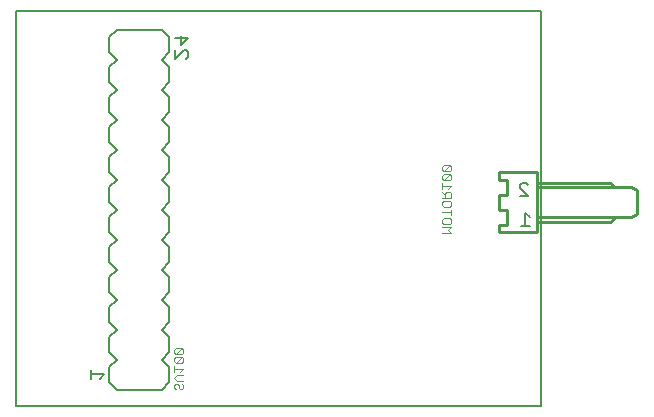
<source format=gbo>
G75*
%MOIN*%
%OFA0B0*%
%FSLAX25Y25*%
%IPPOS*%
%LPD*%
%AMOC8*
5,1,8,0,0,1.08239X$1,22.5*
%
%ADD10C,0.00500*%
%ADD11C,0.01000*%
%ADD12C,0.00700*%
%ADD13C,0.00300*%
%ADD14C,0.00600*%
D10*
X0001250Y0030000D02*
X0001250Y0161850D01*
X0176100Y0161850D01*
X0176100Y0030000D01*
X0001250Y0030000D01*
X0026000Y0039250D02*
X0026000Y0042253D01*
X0026000Y0040751D02*
X0030504Y0040751D01*
X0029003Y0039250D01*
X0054000Y0145750D02*
X0057003Y0148753D01*
X0057753Y0148753D01*
X0058504Y0148002D01*
X0058504Y0146501D01*
X0057753Y0145750D01*
X0054000Y0145750D02*
X0054000Y0148753D01*
X0056252Y0150354D02*
X0056252Y0153356D01*
X0054000Y0152606D02*
X0058504Y0152606D01*
X0056252Y0150354D01*
D11*
X0162250Y0108000D02*
X0162250Y0105500D01*
X0164750Y0105500D01*
X0164750Y0100500D01*
X0162250Y0100500D01*
X0162250Y0095500D01*
X0164750Y0095500D01*
X0164750Y0090500D01*
X0162250Y0090500D01*
X0162250Y0088000D01*
X0174750Y0088000D01*
X0174750Y0091500D01*
X0199250Y0091500D01*
X0200650Y0092800D01*
X0206250Y0093000D02*
X0208250Y0094000D01*
X0208250Y0102000D01*
X0206250Y0103000D01*
X0174750Y0103000D01*
X0174750Y0093000D01*
X0206250Y0093000D01*
X0200650Y0103200D02*
X0199250Y0104500D01*
X0174750Y0104500D01*
X0174750Y0103000D01*
X0174750Y0104500D02*
X0174750Y0108000D01*
X0162250Y0108000D01*
X0174750Y0093000D02*
X0174750Y0091500D01*
D12*
X0172398Y0090256D02*
X0169529Y0090256D01*
X0170963Y0090256D02*
X0170963Y0094560D01*
X0172398Y0093125D01*
X0171898Y0100056D02*
X0169029Y0100056D01*
X0171898Y0100056D02*
X0169029Y0102925D01*
X0169029Y0103642D01*
X0169746Y0104360D01*
X0171181Y0104360D01*
X0171898Y0103642D01*
D13*
X0146197Y0103456D02*
X0145229Y0102488D01*
X0144745Y0101477D02*
X0144262Y0100993D01*
X0144262Y0099542D01*
X0144262Y0100509D02*
X0143294Y0101477D01*
X0143294Y0102488D02*
X0143294Y0104423D01*
X0143294Y0103456D02*
X0146197Y0103456D01*
X0145713Y0105435D02*
X0143778Y0105435D01*
X0145713Y0107370D01*
X0143778Y0107370D01*
X0143294Y0106886D01*
X0143294Y0105919D01*
X0143778Y0105435D01*
X0145713Y0105435D02*
X0146197Y0105919D01*
X0146197Y0106886D01*
X0145713Y0107370D01*
X0145713Y0108382D02*
X0143778Y0108382D01*
X0145713Y0110317D01*
X0143778Y0110317D01*
X0143294Y0109833D01*
X0143294Y0108865D01*
X0143778Y0108382D01*
X0145713Y0108382D02*
X0146197Y0108865D01*
X0146197Y0109833D01*
X0145713Y0110317D01*
X0145713Y0101477D02*
X0144745Y0101477D01*
X0145713Y0101477D02*
X0146197Y0100993D01*
X0146197Y0099542D01*
X0143294Y0099542D01*
X0143778Y0098530D02*
X0145713Y0098530D01*
X0146197Y0098047D01*
X0146197Y0097079D01*
X0145713Y0096595D01*
X0143778Y0096595D01*
X0143294Y0097079D01*
X0143294Y0098047D01*
X0143778Y0098530D01*
X0146197Y0095584D02*
X0146197Y0093649D01*
X0146197Y0094616D02*
X0143294Y0094616D01*
X0143778Y0092637D02*
X0145713Y0092637D01*
X0146197Y0092154D01*
X0146197Y0091186D01*
X0145713Y0090702D01*
X0143778Y0090702D01*
X0143294Y0091186D01*
X0143294Y0092154D01*
X0143778Y0092637D01*
X0143294Y0089691D02*
X0146197Y0089691D01*
X0145229Y0088723D01*
X0146197Y0087756D01*
X0143294Y0087756D01*
X0056802Y0048887D02*
X0056319Y0049371D01*
X0054384Y0047436D01*
X0053900Y0047920D01*
X0053900Y0048887D01*
X0054384Y0049371D01*
X0056319Y0049371D01*
X0056802Y0048887D02*
X0056802Y0047920D01*
X0056319Y0047436D01*
X0054384Y0047436D01*
X0054384Y0046425D02*
X0053900Y0045941D01*
X0053900Y0044973D01*
X0054384Y0044490D01*
X0056319Y0046425D01*
X0054384Y0046425D01*
X0056319Y0046425D02*
X0056802Y0045941D01*
X0056802Y0044973D01*
X0056319Y0044490D01*
X0054384Y0044490D01*
X0053900Y0043478D02*
X0053900Y0041543D01*
X0053900Y0042511D02*
X0056802Y0042511D01*
X0055835Y0041543D01*
X0056802Y0040531D02*
X0054867Y0040531D01*
X0053900Y0039564D01*
X0054867Y0038597D01*
X0056802Y0038597D01*
X0056319Y0037585D02*
X0056802Y0037101D01*
X0056802Y0036134D01*
X0056319Y0035650D01*
X0055835Y0035650D01*
X0055351Y0036134D01*
X0055351Y0037101D01*
X0054867Y0037585D01*
X0054384Y0037585D01*
X0053900Y0037101D01*
X0053900Y0036134D01*
X0054384Y0035650D01*
D14*
X0052250Y0038000D02*
X0049750Y0035500D01*
X0034750Y0035500D01*
X0032250Y0038000D01*
X0032250Y0043000D01*
X0034750Y0045500D01*
X0032250Y0048000D01*
X0032250Y0053000D01*
X0034750Y0055500D01*
X0032250Y0058000D01*
X0032250Y0063000D01*
X0034750Y0065500D01*
X0032250Y0068000D01*
X0032250Y0073000D01*
X0034750Y0075500D01*
X0032250Y0078000D01*
X0032250Y0083000D01*
X0034750Y0085500D01*
X0032250Y0088000D01*
X0032250Y0093000D01*
X0034750Y0095500D01*
X0032250Y0098000D01*
X0032250Y0103000D01*
X0034750Y0105500D01*
X0032250Y0108000D01*
X0032250Y0113000D01*
X0034750Y0115500D01*
X0032250Y0118000D01*
X0032250Y0123000D01*
X0034750Y0125500D01*
X0032250Y0128000D01*
X0032250Y0133000D01*
X0034750Y0135500D01*
X0032250Y0138000D01*
X0032250Y0143000D01*
X0034750Y0145500D01*
X0032250Y0148000D01*
X0032250Y0153000D01*
X0034750Y0155500D01*
X0049750Y0155500D01*
X0052250Y0153000D01*
X0052250Y0148000D01*
X0049750Y0145500D01*
X0052250Y0143000D01*
X0052250Y0138000D01*
X0049750Y0135500D01*
X0052250Y0133000D01*
X0052250Y0128000D01*
X0049750Y0125500D01*
X0052250Y0123000D01*
X0052250Y0118000D01*
X0049750Y0115500D01*
X0052250Y0113000D01*
X0052250Y0108000D01*
X0049750Y0105500D01*
X0052250Y0103000D01*
X0052250Y0098000D01*
X0049750Y0095500D01*
X0052250Y0093000D01*
X0052250Y0088000D01*
X0049750Y0085500D01*
X0052250Y0083000D01*
X0052250Y0078000D01*
X0049750Y0075500D01*
X0052250Y0073000D01*
X0052250Y0068000D01*
X0049750Y0065500D01*
X0052250Y0063000D01*
X0052250Y0058000D01*
X0049750Y0055500D01*
X0052250Y0053000D01*
X0052250Y0048000D01*
X0049750Y0045500D01*
X0052250Y0043000D01*
X0052250Y0038000D01*
M02*

</source>
